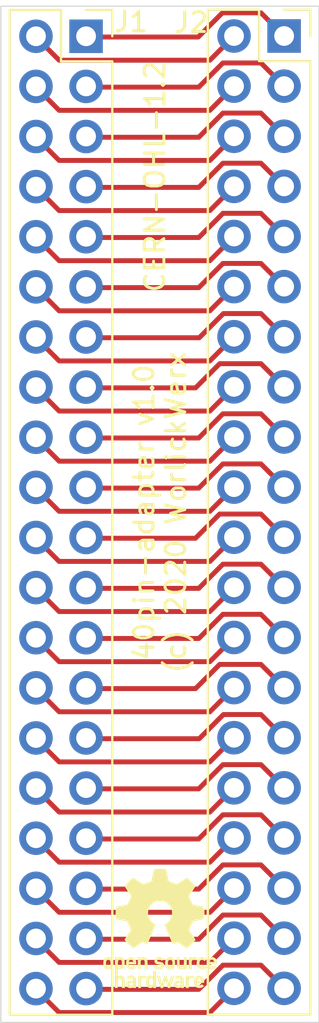
<source format=kicad_pcb>
(kicad_pcb (version 20171130) (host pcbnew 5.1.6-c6e7f7d~86~ubuntu18.04.1)

  (general
    (thickness 1.6)
    (drawings 6)
    (tracks 140)
    (zones 0)
    (modules 3)
    (nets 41)
  )

  (page A4)
  (layers
    (0 F.Cu signal)
    (31 B.Cu signal)
    (32 B.Adhes user)
    (33 F.Adhes user)
    (34 B.Paste user)
    (35 F.Paste user)
    (36 B.SilkS user)
    (37 F.SilkS user)
    (38 B.Mask user)
    (39 F.Mask user)
    (40 Dwgs.User user)
    (41 Cmts.User user)
    (42 Eco1.User user)
    (43 Eco2.User user)
    (44 Edge.Cuts user)
    (45 Margin user)
    (46 B.CrtYd user)
    (47 F.CrtYd user)
    (48 B.Fab user)
    (49 F.Fab user)
  )

  (setup
    (last_trace_width 0.25)
    (trace_clearance 0.2)
    (zone_clearance 0.508)
    (zone_45_only no)
    (trace_min 0.2)
    (via_size 0.8)
    (via_drill 0.4)
    (via_min_size 0.4)
    (via_min_drill 0.3)
    (uvia_size 0.3)
    (uvia_drill 0.1)
    (uvias_allowed no)
    (uvia_min_size 0.2)
    (uvia_min_drill 0.1)
    (edge_width 0.05)
    (segment_width 0.2)
    (pcb_text_width 0.3)
    (pcb_text_size 1.5 1.5)
    (mod_edge_width 0.12)
    (mod_text_size 1 1)
    (mod_text_width 0.15)
    (pad_size 1.524 1.524)
    (pad_drill 0.762)
    (pad_to_mask_clearance 0.05)
    (aux_axis_origin 0 0)
    (visible_elements FFFFFF7F)
    (pcbplotparams
      (layerselection 0x010fc_ffffffff)
      (usegerberextensions false)
      (usegerberattributes true)
      (usegerberadvancedattributes true)
      (creategerberjobfile true)
      (excludeedgelayer true)
      (linewidth 0.100000)
      (plotframeref false)
      (viasonmask false)
      (mode 1)
      (useauxorigin false)
      (hpglpennumber 1)
      (hpglpenspeed 20)
      (hpglpendiameter 15.000000)
      (psnegative false)
      (psa4output false)
      (plotreference true)
      (plotvalue true)
      (plotinvisibletext false)
      (padsonsilk false)
      (subtractmaskfromsilk false)
      (outputformat 1)
      (mirror false)
      (drillshape 0)
      (scaleselection 1)
      (outputdirectory ""))
  )

  (net 0 "")
  (net 1 /PI40)
  (net 2 /PI39)
  (net 3 /PI38)
  (net 4 /PI37)
  (net 5 /PI36)
  (net 6 /PI35)
  (net 7 /PI34)
  (net 8 /PI33)
  (net 9 /PI32)
  (net 10 /PI31)
  (net 11 /PI30)
  (net 12 /PI29)
  (net 13 /PI28)
  (net 14 /PI27)
  (net 15 /PI26)
  (net 16 /PI25)
  (net 17 /PI24)
  (net 18 /PI23)
  (net 19 /PI22)
  (net 20 /PI21)
  (net 21 /PI20)
  (net 22 /PI19)
  (net 23 /PI18)
  (net 24 /PI17)
  (net 25 /PI16)
  (net 26 /PI15)
  (net 27 /PI14)
  (net 28 /PI13)
  (net 29 /PI12)
  (net 30 /PI11)
  (net 31 /PI10)
  (net 32 /PI9)
  (net 33 /PI8)
  (net 34 /PI7)
  (net 35 /PI6)
  (net 36 /PI5)
  (net 37 /PI4)
  (net 38 /PI3)
  (net 39 /PI2)
  (net 40 /PI1)

  (net_class Default "This is the default net class."
    (clearance 0.2)
    (trace_width 0.25)
    (via_dia 0.8)
    (via_drill 0.4)
    (uvia_dia 0.3)
    (uvia_drill 0.1)
    (add_net /PI1)
    (add_net /PI10)
    (add_net /PI11)
    (add_net /PI12)
    (add_net /PI13)
    (add_net /PI14)
    (add_net /PI15)
    (add_net /PI16)
    (add_net /PI17)
    (add_net /PI18)
    (add_net /PI19)
    (add_net /PI2)
    (add_net /PI20)
    (add_net /PI21)
    (add_net /PI22)
    (add_net /PI23)
    (add_net /PI24)
    (add_net /PI25)
    (add_net /PI26)
    (add_net /PI27)
    (add_net /PI28)
    (add_net /PI29)
    (add_net /PI3)
    (add_net /PI30)
    (add_net /PI31)
    (add_net /PI32)
    (add_net /PI33)
    (add_net /PI34)
    (add_net /PI35)
    (add_net /PI36)
    (add_net /PI37)
    (add_net /PI38)
    (add_net /PI39)
    (add_net /PI4)
    (add_net /PI40)
    (add_net /PI5)
    (add_net /PI6)
    (add_net /PI7)
    (add_net /PI8)
    (add_net /PI9)
  )

  (module Connector_PinSocket_2.54mm:PinSocket_2x20_P2.54mm_Vertical (layer F.Cu) (tedit 5A19A433) (tstamp 5F0A3614)
    (at 152.2856 67.6148)
    (descr "Through hole straight socket strip, 2x20, 2.54mm pitch, double cols (from Kicad 4.0.7), script generated")
    (tags "Through hole socket strip THT 2x20 2.54mm double row")
    (path /5F07A6EA)
    (fp_text reference J2 (at -4.7116 -0.6858) (layer F.SilkS)
      (effects (font (size 1 1) (thickness 0.15)))
    )
    (fp_text value Conn_02x20_Odd_Even (at -1.27 51.03) (layer F.Fab) hide
      (effects (font (size 1 1) (thickness 0.15)))
    )
    (fp_line (start -3.81 -1.27) (end 0.27 -1.27) (layer F.Fab) (width 0.1))
    (fp_line (start 0.27 -1.27) (end 1.27 -0.27) (layer F.Fab) (width 0.1))
    (fp_line (start 1.27 -0.27) (end 1.27 49.53) (layer F.Fab) (width 0.1))
    (fp_line (start 1.27 49.53) (end -3.81 49.53) (layer F.Fab) (width 0.1))
    (fp_line (start -3.81 49.53) (end -3.81 -1.27) (layer F.Fab) (width 0.1))
    (fp_line (start -3.87 -1.33) (end -1.27 -1.33) (layer F.SilkS) (width 0.12))
    (fp_line (start -3.87 -1.33) (end -3.87 49.59) (layer F.SilkS) (width 0.12))
    (fp_line (start -3.87 49.59) (end 1.33 49.59) (layer F.SilkS) (width 0.12))
    (fp_line (start 1.33 1.27) (end 1.33 49.59) (layer F.SilkS) (width 0.12))
    (fp_line (start -1.27 1.27) (end 1.33 1.27) (layer F.SilkS) (width 0.12))
    (fp_line (start -1.27 -1.33) (end -1.27 1.27) (layer F.SilkS) (width 0.12))
    (fp_line (start 1.33 -1.33) (end 1.33 0) (layer F.SilkS) (width 0.12))
    (fp_line (start 0 -1.33) (end 1.33 -1.33) (layer F.SilkS) (width 0.12))
    (fp_line (start -4.34 -1.8) (end 1.76 -1.8) (layer F.CrtYd) (width 0.05))
    (fp_line (start 1.76 -1.8) (end 1.76 50) (layer F.CrtYd) (width 0.05))
    (fp_line (start 1.76 50) (end -4.34 50) (layer F.CrtYd) (width 0.05))
    (fp_line (start -4.34 50) (end -4.34 -1.8) (layer F.CrtYd) (width 0.05))
    (fp_text user %R (at -1.27 24.13 90) (layer F.Fab)
      (effects (font (size 1 1) (thickness 0.15)))
    )
    (pad 40 thru_hole oval (at -2.54 48.26) (size 1.7 1.7) (drill 1) (layers *.Cu *.Mask)
      (net 1 /PI40))
    (pad 39 thru_hole oval (at 0 48.26) (size 1.7 1.7) (drill 1) (layers *.Cu *.Mask)
      (net 2 /PI39))
    (pad 38 thru_hole oval (at -2.54 45.72) (size 1.7 1.7) (drill 1) (layers *.Cu *.Mask)
      (net 3 /PI38))
    (pad 37 thru_hole oval (at 0 45.72) (size 1.7 1.7) (drill 1) (layers *.Cu *.Mask)
      (net 4 /PI37))
    (pad 36 thru_hole oval (at -2.54 43.18) (size 1.7 1.7) (drill 1) (layers *.Cu *.Mask)
      (net 5 /PI36))
    (pad 35 thru_hole oval (at 0 43.18) (size 1.7 1.7) (drill 1) (layers *.Cu *.Mask)
      (net 6 /PI35))
    (pad 34 thru_hole oval (at -2.54 40.64) (size 1.7 1.7) (drill 1) (layers *.Cu *.Mask)
      (net 7 /PI34))
    (pad 33 thru_hole oval (at 0 40.64) (size 1.7 1.7) (drill 1) (layers *.Cu *.Mask)
      (net 8 /PI33))
    (pad 32 thru_hole oval (at -2.54 38.1) (size 1.7 1.7) (drill 1) (layers *.Cu *.Mask)
      (net 9 /PI32))
    (pad 31 thru_hole oval (at 0 38.1) (size 1.7 1.7) (drill 1) (layers *.Cu *.Mask)
      (net 10 /PI31))
    (pad 30 thru_hole oval (at -2.54 35.56) (size 1.7 1.7) (drill 1) (layers *.Cu *.Mask)
      (net 11 /PI30))
    (pad 29 thru_hole oval (at 0 35.56) (size 1.7 1.7) (drill 1) (layers *.Cu *.Mask)
      (net 12 /PI29))
    (pad 28 thru_hole oval (at -2.54 33.02) (size 1.7 1.7) (drill 1) (layers *.Cu *.Mask)
      (net 13 /PI28))
    (pad 27 thru_hole oval (at 0 33.02) (size 1.7 1.7) (drill 1) (layers *.Cu *.Mask)
      (net 14 /PI27))
    (pad 26 thru_hole oval (at -2.54 30.48) (size 1.7 1.7) (drill 1) (layers *.Cu *.Mask)
      (net 15 /PI26))
    (pad 25 thru_hole oval (at 0 30.48) (size 1.7 1.7) (drill 1) (layers *.Cu *.Mask)
      (net 16 /PI25))
    (pad 24 thru_hole oval (at -2.54 27.94) (size 1.7 1.7) (drill 1) (layers *.Cu *.Mask)
      (net 17 /PI24))
    (pad 23 thru_hole oval (at 0 27.94) (size 1.7 1.7) (drill 1) (layers *.Cu *.Mask)
      (net 18 /PI23))
    (pad 22 thru_hole oval (at -2.54 25.4) (size 1.7 1.7) (drill 1) (layers *.Cu *.Mask)
      (net 19 /PI22))
    (pad 21 thru_hole oval (at 0 25.4) (size 1.7 1.7) (drill 1) (layers *.Cu *.Mask)
      (net 20 /PI21))
    (pad 20 thru_hole oval (at -2.54 22.86) (size 1.7 1.7) (drill 1) (layers *.Cu *.Mask)
      (net 21 /PI20))
    (pad 19 thru_hole oval (at 0 22.86) (size 1.7 1.7) (drill 1) (layers *.Cu *.Mask)
      (net 22 /PI19))
    (pad 18 thru_hole oval (at -2.54 20.32) (size 1.7 1.7) (drill 1) (layers *.Cu *.Mask)
      (net 23 /PI18))
    (pad 17 thru_hole oval (at 0 20.32) (size 1.7 1.7) (drill 1) (layers *.Cu *.Mask)
      (net 24 /PI17))
    (pad 16 thru_hole oval (at -2.54 17.78) (size 1.7 1.7) (drill 1) (layers *.Cu *.Mask)
      (net 25 /PI16))
    (pad 15 thru_hole oval (at 0 17.78) (size 1.7 1.7) (drill 1) (layers *.Cu *.Mask)
      (net 26 /PI15))
    (pad 14 thru_hole oval (at -2.54 15.24) (size 1.7 1.7) (drill 1) (layers *.Cu *.Mask)
      (net 27 /PI14))
    (pad 13 thru_hole oval (at 0 15.24) (size 1.7 1.7) (drill 1) (layers *.Cu *.Mask)
      (net 28 /PI13))
    (pad 12 thru_hole oval (at -2.54 12.7) (size 1.7 1.7) (drill 1) (layers *.Cu *.Mask)
      (net 29 /PI12))
    (pad 11 thru_hole oval (at 0 12.7) (size 1.7 1.7) (drill 1) (layers *.Cu *.Mask)
      (net 30 /PI11))
    (pad 10 thru_hole oval (at -2.54 10.16) (size 1.7 1.7) (drill 1) (layers *.Cu *.Mask)
      (net 31 /PI10))
    (pad 9 thru_hole oval (at 0 10.16) (size 1.7 1.7) (drill 1) (layers *.Cu *.Mask)
      (net 32 /PI9))
    (pad 8 thru_hole oval (at -2.54 7.62) (size 1.7 1.7) (drill 1) (layers *.Cu *.Mask)
      (net 33 /PI8))
    (pad 7 thru_hole oval (at 0 7.62) (size 1.7 1.7) (drill 1) (layers *.Cu *.Mask)
      (net 34 /PI7))
    (pad 6 thru_hole oval (at -2.54 5.08) (size 1.7 1.7) (drill 1) (layers *.Cu *.Mask)
      (net 35 /PI6))
    (pad 5 thru_hole oval (at 0 5.08) (size 1.7 1.7) (drill 1) (layers *.Cu *.Mask)
      (net 36 /PI5))
    (pad 4 thru_hole oval (at -2.54 2.54) (size 1.7 1.7) (drill 1) (layers *.Cu *.Mask)
      (net 37 /PI4))
    (pad 3 thru_hole oval (at 0 2.54) (size 1.7 1.7) (drill 1) (layers *.Cu *.Mask)
      (net 38 /PI3))
    (pad 2 thru_hole oval (at -2.54 0) (size 1.7 1.7) (drill 1) (layers *.Cu *.Mask)
      (net 39 /PI2))
    (pad 1 thru_hole rect (at 0 0) (size 1.7 1.7) (drill 1) (layers *.Cu *.Mask)
      (net 40 /PI1))
    (model ${KISYS3DMOD}/Connector_PinSocket_2.54mm.3dshapes/PinSocket_2x20_P2.54mm_Vertical.wrl
      (at (xyz 0 0 0))
      (scale (xyz 1 1 1))
      (rotate (xyz 0 0 0))
    )
  )

  (module Symbol:OSHW-Logo_5.7x6mm_SilkScreen (layer F.Cu) (tedit 0) (tstamp 5F0A5424)
    (at 145.9865 112.8395)
    (descr "Open Source Hardware Logo")
    (tags "Logo OSHW")
    (attr virtual)
    (fp_text reference REF** (at 0 0) (layer F.SilkS) hide
      (effects (font (size 1 1) (thickness 0.15)))
    )
    (fp_text value OSHW-Logo_5.7x6mm_SilkScreen (at 0.75 0) (layer F.Fab) hide
      (effects (font (size 1 1) (thickness 0.15)))
    )
    (fp_poly (pts (xy 0.376964 -2.709982) (xy 0.433812 -2.40843) (xy 0.853338 -2.235488) (xy 1.104984 -2.406605)
      (xy 1.175458 -2.45425) (xy 1.239163 -2.49679) (xy 1.293126 -2.532285) (xy 1.334373 -2.55879)
      (xy 1.359934 -2.574364) (xy 1.366895 -2.577722) (xy 1.379435 -2.569086) (xy 1.406231 -2.545208)
      (xy 1.44428 -2.509141) (xy 1.490579 -2.463933) (xy 1.542123 -2.412636) (xy 1.595909 -2.358299)
      (xy 1.648935 -2.303972) (xy 1.698195 -2.252705) (xy 1.740687 -2.207549) (xy 1.773407 -2.171554)
      (xy 1.793351 -2.14777) (xy 1.798119 -2.13981) (xy 1.791257 -2.125135) (xy 1.77202 -2.092986)
      (xy 1.74243 -2.046508) (xy 1.70451 -1.988844) (xy 1.660282 -1.92314) (xy 1.634654 -1.885664)
      (xy 1.587941 -1.817232) (xy 1.546432 -1.75548) (xy 1.51214 -1.703481) (xy 1.48708 -1.664308)
      (xy 1.473264 -1.641035) (xy 1.471188 -1.636145) (xy 1.475895 -1.622245) (xy 1.488723 -1.58985)
      (xy 1.507738 -1.543515) (xy 1.531003 -1.487794) (xy 1.556584 -1.427242) (xy 1.582545 -1.366414)
      (xy 1.60695 -1.309864) (xy 1.627863 -1.262148) (xy 1.643349 -1.227819) (xy 1.651472 -1.211432)
      (xy 1.651952 -1.210788) (xy 1.664707 -1.207659) (xy 1.698677 -1.200679) (xy 1.75034 -1.190533)
      (xy 1.816176 -1.177908) (xy 1.892664 -1.163491) (xy 1.93729 -1.155177) (xy 2.019021 -1.139616)
      (xy 2.092843 -1.124808) (xy 2.155021 -1.111564) (xy 2.201822 -1.100695) (xy 2.229509 -1.093011)
      (xy 2.235074 -1.090573) (xy 2.240526 -1.07407) (xy 2.244924 -1.0368) (xy 2.248272 -0.98312)
      (xy 2.250574 -0.917388) (xy 2.251832 -0.843963) (xy 2.252048 -0.767204) (xy 2.251227 -0.691468)
      (xy 2.249371 -0.621114) (xy 2.246482 -0.5605) (xy 2.242565 -0.513984) (xy 2.237622 -0.485925)
      (xy 2.234657 -0.480084) (xy 2.216934 -0.473083) (xy 2.179381 -0.463073) (xy 2.126964 -0.451231)
      (xy 2.064652 -0.438733) (xy 2.0429 -0.43469) (xy 1.938024 -0.41548) (xy 1.85518 -0.400009)
      (xy 1.79163 -0.387663) (xy 1.744637 -0.377827) (xy 1.711463 -0.369886) (xy 1.689371 -0.363224)
      (xy 1.675624 -0.357227) (xy 1.667484 -0.351281) (xy 1.666345 -0.350106) (xy 1.654977 -0.331174)
      (xy 1.637635 -0.294331) (xy 1.61605 -0.244087) (xy 1.591954 -0.184954) (xy 1.567079 -0.121444)
      (xy 1.543157 -0.058068) (xy 1.521919 0.000662) (xy 1.505097 0.050235) (xy 1.494422 0.086139)
      (xy 1.491627 0.103862) (xy 1.49186 0.104483) (xy 1.501331 0.11897) (xy 1.522818 0.150844)
      (xy 1.554063 0.196789) (xy 1.592807 0.253485) (xy 1.636793 0.317617) (xy 1.649319 0.335842)
      (xy 1.693984 0.401914) (xy 1.733288 0.4622) (xy 1.765088 0.513235) (xy 1.787245 0.55156)
      (xy 1.797617 0.573711) (xy 1.798119 0.576432) (xy 1.789405 0.590736) (xy 1.765325 0.619072)
      (xy 1.728976 0.658396) (xy 1.683453 0.705661) (xy 1.631852 0.757823) (xy 1.577267 0.811835)
      (xy 1.522794 0.864653) (xy 1.471529 0.913231) (xy 1.426567 0.954523) (xy 1.391004 0.985485)
      (xy 1.367935 1.00307) (xy 1.361554 1.005941) (xy 1.346699 0.999178) (xy 1.316286 0.980939)
      (xy 1.275268 0.954297) (xy 1.243709 0.932852) (xy 1.186525 0.893503) (xy 1.118806 0.847171)
      (xy 1.05088 0.800913) (xy 1.014361 0.776155) (xy 0.890752 0.692547) (xy 0.786991 0.74865)
      (xy 0.73972 0.773228) (xy 0.699523 0.792331) (xy 0.672326 0.803227) (xy 0.665402 0.804743)
      (xy 0.657077 0.793549) (xy 0.640654 0.761917) (xy 0.617357 0.712765) (xy 0.588414 0.64901)
      (xy 0.55505 0.573571) (xy 0.518491 0.489364) (xy 0.479964 0.399308) (xy 0.440694 0.306321)
      (xy 0.401908 0.21332) (xy 0.36483 0.123223) (xy 0.330689 0.038948) (xy 0.300708 -0.036587)
      (xy 0.276116 -0.100466) (xy 0.258136 -0.149769) (xy 0.247997 -0.181579) (xy 0.246366 -0.192504)
      (xy 0.259291 -0.206439) (xy 0.287589 -0.22906) (xy 0.325346 -0.255667) (xy 0.328515 -0.257772)
      (xy 0.4261 -0.335886) (xy 0.504786 -0.427018) (xy 0.563891 -0.528255) (xy 0.602732 -0.636682)
      (xy 0.620628 -0.749386) (xy 0.616897 -0.863452) (xy 0.590857 -0.975966) (xy 0.541825 -1.084015)
      (xy 0.5274 -1.107655) (xy 0.452369 -1.203113) (xy 0.36373 -1.279768) (xy 0.264549 -1.33722)
      (xy 0.157895 -1.375071) (xy 0.046836 -1.392922) (xy -0.065561 -1.390375) (xy -0.176227 -1.36703)
      (xy -0.282094 -1.32249) (xy -0.380095 -1.256355) (xy -0.41041 -1.229513) (xy -0.487562 -1.145488)
      (xy -0.543782 -1.057034) (xy -0.582347 -0.957885) (xy -0.603826 -0.859697) (xy -0.609128 -0.749303)
      (xy -0.591448 -0.63836) (xy -0.552581 -0.530619) (xy -0.494323 -0.429831) (xy -0.418469 -0.339744)
      (xy -0.326817 -0.264108) (xy -0.314772 -0.256136) (xy -0.276611 -0.230026) (xy -0.247601 -0.207405)
      (xy -0.233732 -0.192961) (xy -0.233531 -0.192504) (xy -0.236508 -0.176879) (xy -0.248311 -0.141418)
      (xy -0.267714 -0.089038) (xy -0.293488 -0.022655) (xy -0.324409 0.054814) (xy -0.359249 0.14045)
      (xy -0.396783 0.231337) (xy -0.435783 0.324559) (xy -0.475023 0.417197) (xy -0.513276 0.506335)
      (xy -0.549317 0.589055) (xy -0.581917 0.662441) (xy -0.609852 0.723575) (xy -0.631895 0.769541)
      (xy -0.646818 0.797421) (xy -0.652828 0.804743) (xy -0.671191 0.799041) (xy -0.705552 0.783749)
      (xy -0.749984 0.761599) (xy -0.774417 0.74865) (xy -0.878178 0.692547) (xy -1.001787 0.776155)
      (xy -1.064886 0.818987) (xy -1.13397 0.866122) (xy -1.198707 0.910503) (xy -1.231134 0.932852)
      (xy -1.276741 0.963477) (xy -1.31536 0.987747) (xy -1.341952 1.002587) (xy -1.35059 1.005724)
      (xy -1.363161 0.997261) (xy -1.390984 0.973636) (xy -1.431361 0.937302) (xy -1.481595 0.890711)
      (xy -1.538988 0.836317) (xy -1.575286 0.801392) (xy -1.63879 0.738996) (xy -1.693673 0.683188)
      (xy -1.737714 0.636354) (xy -1.768695 0.600882) (xy -1.784398 0.579161) (xy -1.785905 0.574752)
      (xy -1.778914 0.557985) (xy -1.759594 0.524082) (xy -1.730091 0.476476) (xy -1.692545 0.418599)
      (xy -1.6491 0.353884) (xy -1.636745 0.335842) (xy -1.591727 0.270267) (xy -1.55134 0.211228)
      (xy -1.51784 0.162042) (xy -1.493486 0.126028) (xy -1.480536 0.106502) (xy -1.479285 0.104483)
      (xy -1.481156 0.088922) (xy -1.491087 0.054709) (xy -1.507347 0.006355) (xy -1.528205 -0.051629)
      (xy -1.551927 -0.11473) (xy -1.576784 -0.178437) (xy -1.601042 -0.238239) (xy -1.622971 -0.289624)
      (xy -1.640838 -0.328081) (xy -1.652913 -0.349098) (xy -1.653771 -0.350106) (xy -1.661154 -0.356112)
      (xy -1.673625 -0.362052) (xy -1.69392 -0.36854) (xy -1.724778 -0.376191) (xy -1.768934 -0.38562)
      (xy -1.829126 -0.397441) (xy -1.908093 -0.412271) (xy -2.00857 -0.430723) (xy -2.030325 -0.43469)
      (xy -2.094802 -0.447147) (xy -2.151011 -0.459334) (xy -2.193987 -0.470074) (xy -2.21876 -0.478191)
      (xy -2.222082 -0.480084) (xy -2.227556 -0.496862) (xy -2.232006 -0.534355) (xy -2.235428 -0.588206)
      (xy -2.237819 -0.654056) (xy -2.239177 -0.727547) (xy -2.239499 -0.80432) (xy -2.238781 -0.880017)
      (xy -2.237021 -0.95028) (xy -2.234216 -1.01075) (xy -2.230362 -1.05707) (xy -2.225457 -1.084881)
      (xy -2.2225 -1.090573) (xy -2.206037 -1.096314) (xy -2.168551 -1.105655) (xy -2.113775 -1.117785)
      (xy -2.045445 -1.131893) (xy -1.967294 -1.14717) (xy -1.924716 -1.155177) (xy -1.843929 -1.170279)
      (xy -1.771887 -1.18396) (xy -1.712111 -1.195533) (xy -1.668121 -1.204313) (xy -1.643439 -1.209613)
      (xy -1.639377 -1.210788) (xy -1.632511 -1.224035) (xy -1.617998 -1.255943) (xy -1.597771 -1.301953)
      (xy -1.573766 -1.357508) (xy -1.547918 -1.418047) (xy -1.52216 -1.479014) (xy -1.498427 -1.535849)
      (xy -1.478654 -1.583994) (xy -1.464776 -1.61889) (xy -1.458726 -1.635979) (xy -1.458614 -1.636726)
      (xy -1.465472 -1.650207) (xy -1.484698 -1.68123) (xy -1.514272 -1.726711) (xy -1.552173 -1.783568)
      (xy -1.59638 -1.848717) (xy -1.622079 -1.886138) (xy -1.668907 -1.954753) (xy -1.710499 -2.017048)
      (xy -1.744825 -2.069871) (xy -1.769857 -2.110073) (xy -1.783565 -2.1345) (xy -1.785544 -2.139976)
      (xy -1.777034 -2.152722) (xy -1.753507 -2.179937) (xy -1.717968 -2.218572) (xy -1.673423 -2.265577)
      (xy -1.622877 -2.317905) (xy -1.569336 -2.372505) (xy -1.515805 -2.42633) (xy -1.465289 -2.47633)
      (xy -1.420794 -2.519457) (xy -1.385325 -2.552661) (xy -1.361887 -2.572894) (xy -1.354046 -2.577722)
      (xy -1.34128 -2.570933) (xy -1.310744 -2.551858) (xy -1.26541 -2.522439) (xy -1.208244 -2.484619)
      (xy -1.142216 -2.440339) (xy -1.09241 -2.406605) (xy -0.840764 -2.235488) (xy -0.631001 -2.321959)
      (xy -0.421237 -2.40843) (xy -0.364389 -2.709982) (xy -0.30754 -3.011534) (xy 0.320115 -3.011534)
      (xy 0.376964 -2.709982)) (layer F.SilkS) (width 0.01))
    (fp_poly (pts (xy 1.79946 1.45803) (xy 1.842711 1.471245) (xy 1.870558 1.487941) (xy 1.879629 1.501145)
      (xy 1.877132 1.516797) (xy 1.860931 1.541385) (xy 1.847232 1.5588) (xy 1.818992 1.590283)
      (xy 1.797775 1.603529) (xy 1.779688 1.602664) (xy 1.726035 1.58901) (xy 1.68663 1.58963)
      (xy 1.654632 1.605104) (xy 1.64389 1.614161) (xy 1.609505 1.646027) (xy 1.609505 2.062179)
      (xy 1.471188 2.062179) (xy 1.471188 1.458614) (xy 1.540347 1.458614) (xy 1.581869 1.460256)
      (xy 1.603291 1.466087) (xy 1.609502 1.477461) (xy 1.609505 1.477798) (xy 1.612439 1.489713)
      (xy 1.625704 1.488159) (xy 1.644084 1.479563) (xy 1.682046 1.463568) (xy 1.712872 1.453945)
      (xy 1.752536 1.451478) (xy 1.79946 1.45803)) (layer F.SilkS) (width 0.01))
    (fp_poly (pts (xy -0.754012 1.469002) (xy -0.722717 1.48395) (xy -0.692409 1.505541) (xy -0.669318 1.530391)
      (xy -0.6525 1.562087) (xy -0.641006 1.604214) (xy -0.633891 1.660358) (xy -0.630207 1.734106)
      (xy -0.629008 1.829044) (xy -0.628989 1.838985) (xy -0.628713 2.062179) (xy -0.76703 2.062179)
      (xy -0.76703 1.856418) (xy -0.767128 1.780189) (xy -0.767809 1.724939) (xy -0.769651 1.686501)
      (xy -0.773233 1.660706) (xy -0.779132 1.643384) (xy -0.787927 1.630368) (xy -0.80018 1.617507)
      (xy -0.843047 1.589873) (xy -0.889843 1.584745) (xy -0.934424 1.602217) (xy -0.949928 1.615221)
      (xy -0.96131 1.627447) (xy -0.969481 1.64054) (xy -0.974974 1.658615) (xy -0.97832 1.685787)
      (xy -0.980051 1.72617) (xy -0.980697 1.783879) (xy -0.980792 1.854132) (xy -0.980792 2.062179)
      (xy -1.119109 2.062179) (xy -1.119109 1.458614) (xy -1.04995 1.458614) (xy -1.008428 1.460256)
      (xy -0.987006 1.466087) (xy -0.980795 1.477461) (xy -0.980792 1.477798) (xy -0.97791 1.488938)
      (xy -0.965199 1.487674) (xy -0.939926 1.475434) (xy -0.882605 1.457424) (xy -0.817037 1.455421)
      (xy -0.754012 1.469002)) (layer F.SilkS) (width 0.01))
    (fp_poly (pts (xy 2.677898 1.456457) (xy 2.710096 1.464279) (xy 2.771825 1.492921) (xy 2.82461 1.536667)
      (xy 2.861141 1.589117) (xy 2.86616 1.600893) (xy 2.873045 1.63174) (xy 2.877864 1.677371)
      (xy 2.879505 1.723492) (xy 2.879505 1.810693) (xy 2.697178 1.810693) (xy 2.621979 1.810978)
      (xy 2.569003 1.812704) (xy 2.535325 1.817181) (xy 2.51802 1.82572) (xy 2.514163 1.83963)
      (xy 2.520829 1.860222) (xy 2.53277 1.884315) (xy 2.56608 1.924525) (xy 2.612368 1.944558)
      (xy 2.668944 1.943905) (xy 2.733031 1.922101) (xy 2.788417 1.895193) (xy 2.834375 1.931532)
      (xy 2.880333 1.967872) (xy 2.837096 2.007819) (xy 2.779374 2.045563) (xy 2.708386 2.06832)
      (xy 2.632029 2.074688) (xy 2.558199 2.063268) (xy 2.546287 2.059393) (xy 2.481399 2.025506)
      (xy 2.43313 1.974986) (xy 2.400465 1.906325) (xy 2.382385 1.818014) (xy 2.382175 1.816121)
      (xy 2.380556 1.719878) (xy 2.3871 1.685542) (xy 2.514852 1.685542) (xy 2.526584 1.690822)
      (xy 2.558438 1.694867) (xy 2.605397 1.697176) (xy 2.635154 1.697525) (xy 2.690648 1.697306)
      (xy 2.725346 1.695916) (xy 2.743601 1.692251) (xy 2.749766 1.68521) (xy 2.748195 1.67369)
      (xy 2.746878 1.669233) (xy 2.724382 1.627355) (xy 2.689003 1.593604) (xy 2.65778 1.578773)
      (xy 2.616301 1.579668) (xy 2.574269 1.598164) (xy 2.539012 1.628786) (xy 2.517854 1.666062)
      (xy 2.514852 1.685542) (xy 2.3871 1.685542) (xy 2.39669 1.635229) (xy 2.428698 1.564191)
      (xy 2.474701 1.508779) (xy 2.532821 1.471009) (xy 2.60118 1.452896) (xy 2.677898 1.456457)) (layer F.SilkS) (width 0.01))
    (fp_poly (pts (xy 2.217226 1.46388) (xy 2.29008 1.49483) (xy 2.313027 1.509895) (xy 2.342354 1.533048)
      (xy 2.360764 1.551253) (xy 2.363961 1.557183) (xy 2.354935 1.57034) (xy 2.331837 1.592667)
      (xy 2.313344 1.60825) (xy 2.262728 1.648926) (xy 2.22276 1.615295) (xy 2.191874 1.593584)
      (xy 2.161759 1.58609) (xy 2.127292 1.58792) (xy 2.072561 1.601528) (xy 2.034886 1.629772)
      (xy 2.011991 1.675433) (xy 2.001597 1.741289) (xy 2.001595 1.741331) (xy 2.002494 1.814939)
      (xy 2.016463 1.868946) (xy 2.044328 1.905716) (xy 2.063325 1.918168) (xy 2.113776 1.933673)
      (xy 2.167663 1.933683) (xy 2.214546 1.918638) (xy 2.225644 1.911287) (xy 2.253476 1.892511)
      (xy 2.275236 1.889434) (xy 2.298704 1.903409) (xy 2.324649 1.92851) (xy 2.365716 1.97088)
      (xy 2.320121 2.008464) (xy 2.249674 2.050882) (xy 2.170233 2.071785) (xy 2.087215 2.070272)
      (xy 2.032694 2.056411) (xy 1.96897 2.022135) (xy 1.918005 1.968212) (xy 1.894851 1.930149)
      (xy 1.876099 1.875536) (xy 1.866715 1.806369) (xy 1.866643 1.731407) (xy 1.875824 1.659409)
      (xy 1.894199 1.599137) (xy 1.897093 1.592958) (xy 1.939952 1.532351) (xy 1.997979 1.488224)
      (xy 2.066591 1.461493) (xy 2.141201 1.453073) (xy 2.217226 1.46388)) (layer F.SilkS) (width 0.01))
    (fp_poly (pts (xy 0.993367 1.654342) (xy 0.994555 1.746563) (xy 0.998897 1.81661) (xy 1.007558 1.867381)
      (xy 1.021704 1.901772) (xy 1.0425 1.922679) (xy 1.07111 1.933) (xy 1.106535 1.935636)
      (xy 1.143636 1.932682) (xy 1.171818 1.921889) (xy 1.192243 1.90036) (xy 1.206079 1.865199)
      (xy 1.214491 1.81351) (xy 1.218643 1.742394) (xy 1.219703 1.654342) (xy 1.219703 1.458614)
      (xy 1.35802 1.458614) (xy 1.35802 2.062179) (xy 1.288862 2.062179) (xy 1.24717 2.060489)
      (xy 1.225701 2.054556) (xy 1.219703 2.043293) (xy 1.216091 2.033261) (xy 1.201714 2.035383)
      (xy 1.172736 2.04958) (xy 1.106319 2.07148) (xy 1.035875 2.069928) (xy 0.968377 2.046147)
      (xy 0.936233 2.027362) (xy 0.911715 2.007022) (xy 0.893804 1.981573) (xy 0.881479 1.947458)
      (xy 0.873723 1.901121) (xy 0.869516 1.839007) (xy 0.86784 1.757561) (xy 0.867624 1.694578)
      (xy 0.867624 1.458614) (xy 0.993367 1.458614) (xy 0.993367 1.654342)) (layer F.SilkS) (width 0.01))
    (fp_poly (pts (xy 0.610762 1.466055) (xy 0.674363 1.500692) (xy 0.724123 1.555372) (xy 0.747568 1.599842)
      (xy 0.757634 1.639121) (xy 0.764156 1.695116) (xy 0.766951 1.759621) (xy 0.765836 1.824429)
      (xy 0.760626 1.881334) (xy 0.754541 1.911727) (xy 0.734014 1.953306) (xy 0.698463 1.997468)
      (xy 0.655619 2.036087) (xy 0.613211 2.061034) (xy 0.612177 2.06143) (xy 0.559553 2.072331)
      (xy 0.497188 2.072601) (xy 0.437924 2.062676) (xy 0.41504 2.054722) (xy 0.356102 2.0213)
      (xy 0.31389 1.977511) (xy 0.286156 1.919538) (xy 0.270651 1.843565) (xy 0.267143 1.803771)
      (xy 0.26759 1.753766) (xy 0.402376 1.753766) (xy 0.406917 1.826732) (xy 0.419986 1.882334)
      (xy 0.440756 1.917861) (xy 0.455552 1.92802) (xy 0.493464 1.935104) (xy 0.538527 1.933007)
      (xy 0.577487 1.922812) (xy 0.587704 1.917204) (xy 0.614659 1.884538) (xy 0.632451 1.834545)
      (xy 0.640024 1.773705) (xy 0.636325 1.708497) (xy 0.628057 1.669253) (xy 0.60432 1.623805)
      (xy 0.566849 1.595396) (xy 0.52172 1.585573) (xy 0.475011 1.595887) (xy 0.439132 1.621112)
      (xy 0.420277 1.641925) (xy 0.409272 1.662439) (xy 0.404026 1.690203) (xy 0.402449 1.732762)
      (xy 0.402376 1.753766) (xy 0.26759 1.753766) (xy 0.268094 1.69758) (xy 0.285388 1.610501)
      (xy 0.319029 1.54253) (xy 0.369018 1.493664) (xy 0.435356 1.463899) (xy 0.449601 1.460448)
      (xy 0.53521 1.452345) (xy 0.610762 1.466055)) (layer F.SilkS) (width 0.01))
    (fp_poly (pts (xy 0.014017 1.456452) (xy 0.061634 1.465482) (xy 0.111034 1.48437) (xy 0.116312 1.486777)
      (xy 0.153774 1.506476) (xy 0.179717 1.524781) (xy 0.188103 1.536508) (xy 0.180117 1.555632)
      (xy 0.16072 1.58385) (xy 0.15211 1.594384) (xy 0.116628 1.635847) (xy 0.070885 1.608858)
      (xy 0.02735 1.590878) (xy -0.02295 1.581267) (xy -0.071188 1.58066) (xy -0.108533 1.589691)
      (xy -0.117495 1.595327) (xy -0.134563 1.621171) (xy -0.136637 1.650941) (xy -0.123866 1.674197)
      (xy -0.116312 1.678708) (xy -0.093675 1.684309) (xy -0.053885 1.690892) (xy -0.004834 1.697183)
      (xy 0.004215 1.69817) (xy 0.082996 1.711798) (xy 0.140136 1.734946) (xy 0.17803 1.769752)
      (xy 0.199079 1.818354) (xy 0.205635 1.877718) (xy 0.196577 1.945198) (xy 0.167164 1.998188)
      (xy 0.117278 2.036783) (xy 0.0468 2.061081) (xy -0.031435 2.070667) (xy -0.095234 2.070552)
      (xy -0.146984 2.061845) (xy -0.182327 2.049825) (xy -0.226983 2.02888) (xy -0.268253 2.004574)
      (xy -0.282921 1.993876) (xy -0.320643 1.963084) (xy -0.275148 1.917049) (xy -0.229653 1.871013)
      (xy -0.177928 1.905243) (xy -0.126048 1.930952) (xy -0.070649 1.944399) (xy -0.017395 1.945818)
      (xy 0.028049 1.935443) (xy 0.060016 1.913507) (xy 0.070338 1.894998) (xy 0.068789 1.865314)
      (xy 0.04314 1.842615) (xy -0.00654 1.82694) (xy -0.060969 1.819695) (xy -0.144736 1.805873)
      (xy -0.206967 1.779796) (xy -0.248493 1.740699) (xy -0.270147 1.68782) (xy -0.273147 1.625126)
      (xy -0.258329 1.559642) (xy -0.224546 1.510144) (xy -0.171495 1.476408) (xy -0.098874 1.458207)
      (xy -0.045072 1.454639) (xy 0.014017 1.456452)) (layer F.SilkS) (width 0.01))
    (fp_poly (pts (xy -1.356699 1.472614) (xy -1.344168 1.478514) (xy -1.300799 1.510283) (xy -1.25979 1.556646)
      (xy -1.229168 1.607696) (xy -1.220459 1.631166) (xy -1.212512 1.673091) (xy -1.207774 1.723757)
      (xy -1.207199 1.744679) (xy -1.207129 1.810693) (xy -1.587083 1.810693) (xy -1.578983 1.845273)
      (xy -1.559104 1.88617) (xy -1.524347 1.921514) (xy -1.482998 1.944282) (xy -1.456649 1.94901)
      (xy -1.420916 1.943273) (xy -1.378282 1.928882) (xy -1.363799 1.922262) (xy -1.31024 1.895513)
      (xy -1.264533 1.930376) (xy -1.238158 1.953955) (xy -1.224124 1.973417) (xy -1.223414 1.979129)
      (xy -1.235951 1.992973) (xy -1.263428 2.014012) (xy -1.288366 2.030425) (xy -1.355664 2.05993)
      (xy -1.43111 2.073284) (xy -1.505888 2.069812) (xy -1.565495 2.051663) (xy -1.626941 2.012784)
      (xy -1.670608 1.961595) (xy -1.697926 1.895367) (xy -1.710322 1.811371) (xy -1.711421 1.772936)
      (xy -1.707022 1.684861) (xy -1.706482 1.682299) (xy -1.580582 1.682299) (xy -1.577115 1.690558)
      (xy -1.562863 1.695113) (xy -1.53347 1.697065) (xy -1.484575 1.697517) (xy -1.465748 1.697525)
      (xy -1.408467 1.696843) (xy -1.372141 1.694364) (xy -1.352604 1.689443) (xy -1.34569 1.681434)
      (xy -1.345445 1.678862) (xy -1.353336 1.658423) (xy -1.373085 1.629789) (xy -1.381575 1.619763)
      (xy -1.413094 1.591408) (xy -1.445949 1.580259) (xy -1.463651 1.579327) (xy -1.511539 1.590981)
      (xy -1.551699 1.622285) (xy -1.577173 1.667752) (xy -1.577625 1.669233) (xy -1.580582 1.682299)
      (xy -1.706482 1.682299) (xy -1.692392 1.61551) (xy -1.666038 1.560025) (xy -1.633807 1.520639)
      (xy -1.574217 1.477931) (xy -1.504168 1.455109) (xy -1.429661 1.453046) (xy -1.356699 1.472614)) (layer F.SilkS) (width 0.01))
    (fp_poly (pts (xy -2.538261 1.465148) (xy -2.472479 1.494231) (xy -2.42254 1.542793) (xy -2.388374 1.610908)
      (xy -2.369907 1.698651) (xy -2.368583 1.712351) (xy -2.367546 1.808939) (xy -2.380993 1.893602)
      (xy -2.408108 1.962221) (xy -2.422627 1.984294) (xy -2.473201 2.031011) (xy -2.537609 2.061268)
      (xy -2.609666 2.073824) (xy -2.683185 2.067439) (xy -2.739072 2.047772) (xy -2.787132 2.014629)
      (xy -2.826412 1.971175) (xy -2.827092 1.970158) (xy -2.843044 1.943338) (xy -2.85341 1.916368)
      (xy -2.859688 1.882332) (xy -2.863373 1.83431) (xy -2.864997 1.794931) (xy -2.865672 1.759219)
      (xy -2.739955 1.759219) (xy -2.738726 1.79477) (xy -2.734266 1.842094) (xy -2.726397 1.872465)
      (xy -2.712207 1.894072) (xy -2.698917 1.906694) (xy -2.651802 1.933122) (xy -2.602505 1.936653)
      (xy -2.556593 1.917639) (xy -2.533638 1.896331) (xy -2.517096 1.874859) (xy -2.507421 1.854313)
      (xy -2.503174 1.827574) (xy -2.50292 1.787523) (xy -2.504228 1.750638) (xy -2.507043 1.697947)
      (xy -2.511505 1.663772) (xy -2.519548 1.64148) (xy -2.533103 1.624442) (xy -2.543845 1.614703)
      (xy -2.588777 1.589123) (xy -2.637249 1.587847) (xy -2.677894 1.602999) (xy -2.712567 1.634642)
      (xy -2.733224 1.68662) (xy -2.739955 1.759219) (xy -2.865672 1.759219) (xy -2.866479 1.716621)
      (xy -2.863948 1.658056) (xy -2.856362 1.614007) (xy -2.842681 1.579248) (xy -2.821865 1.548551)
      (xy -2.814147 1.539436) (xy -2.765889 1.494021) (xy -2.714128 1.467493) (xy -2.650828 1.456379)
      (xy -2.619961 1.455471) (xy -2.538261 1.465148)) (layer F.SilkS) (width 0.01))
    (fp_poly (pts (xy 2.032581 2.40497) (xy 2.092685 2.420597) (xy 2.143021 2.452848) (xy 2.167393 2.47694)
      (xy 2.207345 2.533895) (xy 2.230242 2.599965) (xy 2.238108 2.681182) (xy 2.238148 2.687748)
      (xy 2.238218 2.753763) (xy 1.858264 2.753763) (xy 1.866363 2.788342) (xy 1.880987 2.819659)
      (xy 1.906581 2.852291) (xy 1.911935 2.8575) (xy 1.957943 2.885694) (xy 2.01041 2.890475)
      (xy 2.070803 2.871926) (xy 2.08104 2.866931) (xy 2.112439 2.851745) (xy 2.13347 2.843094)
      (xy 2.137139 2.842293) (xy 2.149948 2.850063) (xy 2.174378 2.869072) (xy 2.186779 2.87946)
      (xy 2.212476 2.903321) (xy 2.220915 2.919077) (xy 2.215058 2.933571) (xy 2.211928 2.937534)
      (xy 2.190725 2.954879) (xy 2.155738 2.975959) (xy 2.131337 2.988265) (xy 2.062072 3.009946)
      (xy 1.985388 3.016971) (xy 1.912765 3.008647) (xy 1.892426 3.002686) (xy 1.829476 2.968952)
      (xy 1.782815 2.917045) (xy 1.752173 2.846459) (xy 1.737282 2.756692) (xy 1.735647 2.709753)
      (xy 1.740421 2.641413) (xy 1.86099 2.641413) (xy 1.872652 2.646465) (xy 1.903998 2.650429)
      (xy 1.949571 2.652768) (xy 1.980446 2.653169) (xy 2.035981 2.652783) (xy 2.071033 2.650975)
      (xy 2.090262 2.646773) (xy 2.09833 2.639203) (xy 2.099901 2.628218) (xy 2.089121 2.594381)
      (xy 2.06198 2.56094) (xy 2.026277 2.535272) (xy 1.99056 2.524772) (xy 1.942048 2.534086)
      (xy 1.900053 2.561013) (xy 1.870936 2.599827) (xy 1.86099 2.641413) (xy 1.740421 2.641413)
      (xy 1.742599 2.610236) (xy 1.764055 2.530949) (xy 1.80047 2.471263) (xy 1.852297 2.430549)
      (xy 1.91999 2.408179) (xy 1.956662 2.403871) (xy 2.032581 2.40497)) (layer F.SilkS) (width 0.01))
    (fp_poly (pts (xy 1.635255 2.401486) (xy 1.683595 2.411015) (xy 1.711114 2.425125) (xy 1.740064 2.448568)
      (xy 1.698876 2.500571) (xy 1.673482 2.532064) (xy 1.656238 2.547428) (xy 1.639102 2.549776)
      (xy 1.614027 2.542217) (xy 1.602257 2.537941) (xy 1.55427 2.531631) (xy 1.510324 2.545156)
      (xy 1.47806 2.57571) (xy 1.472819 2.585452) (xy 1.467112 2.611258) (xy 1.462706 2.658817)
      (xy 1.459811 2.724758) (xy 1.458631 2.80571) (xy 1.458614 2.817226) (xy 1.458614 3.017822)
      (xy 1.320297 3.017822) (xy 1.320297 2.401683) (xy 1.389456 2.401683) (xy 1.429333 2.402725)
      (xy 1.450107 2.407358) (xy 1.457789 2.417849) (xy 1.458614 2.427745) (xy 1.458614 2.453806)
      (xy 1.491745 2.427745) (xy 1.529735 2.409965) (xy 1.58077 2.401174) (xy 1.635255 2.401486)) (layer F.SilkS) (width 0.01))
    (fp_poly (pts (xy 1.038411 2.405417) (xy 1.091411 2.41829) (xy 1.106731 2.42511) (xy 1.136428 2.442974)
      (xy 1.15922 2.463093) (xy 1.176083 2.488962) (xy 1.187998 2.524073) (xy 1.195942 2.57192)
      (xy 1.200894 2.635996) (xy 1.203831 2.719794) (xy 1.204947 2.775768) (xy 1.209052 3.017822)
      (xy 1.138932 3.017822) (xy 1.096393 3.016038) (xy 1.074476 3.009942) (xy 1.068812 2.999706)
      (xy 1.065821 2.988637) (xy 1.052451 2.990754) (xy 1.034233 2.999629) (xy 0.988624 3.013233)
      (xy 0.930007 3.016899) (xy 0.868354 3.010903) (xy 0.813638 2.995521) (xy 0.80873 2.993386)
      (xy 0.758723 2.958255) (xy 0.725756 2.909419) (xy 0.710587 2.852333) (xy 0.711746 2.831824)
      (xy 0.835508 2.831824) (xy 0.846413 2.859425) (xy 0.878745 2.879204) (xy 0.93091 2.889819)
      (xy 0.958787 2.891228) (xy 1.005247 2.88762) (xy 1.036129 2.873597) (xy 1.043664 2.866931)
      (xy 1.064076 2.830666) (xy 1.068812 2.797773) (xy 1.068812 2.753763) (xy 1.007513 2.753763)
      (xy 0.936256 2.757395) (xy 0.886276 2.768818) (xy 0.854696 2.788824) (xy 0.847626 2.797743)
      (xy 0.835508 2.831824) (xy 0.711746 2.831824) (xy 0.713971 2.792456) (xy 0.736663 2.735244)
      (xy 0.767624 2.69658) (xy 0.786376 2.679864) (xy 0.804733 2.668878) (xy 0.828619 2.66218)
      (xy 0.863957 2.658326) (xy 0.916669 2.655873) (xy 0.937577 2.655168) (xy 1.068812 2.650879)
      (xy 1.06862 2.611158) (xy 1.063537 2.569405) (xy 1.045162 2.544158) (xy 1.008039 2.52803)
      (xy 1.007043 2.527742) (xy 0.95441 2.5214) (xy 0.902906 2.529684) (xy 0.86463 2.549827)
      (xy 0.849272 2.559773) (xy 0.83273 2.558397) (xy 0.807275 2.543987) (xy 0.792328 2.533817)
      (xy 0.763091 2.512088) (xy 0.74498 2.4958) (xy 0.742074 2.491137) (xy 0.75404 2.467005)
      (xy 0.789396 2.438185) (xy 0.804753 2.428461) (xy 0.848901 2.411714) (xy 0.908398 2.402227)
      (xy 0.974487 2.400095) (xy 1.038411 2.405417)) (layer F.SilkS) (width 0.01))
    (fp_poly (pts (xy 0.281524 2.404237) (xy 0.331255 2.407971) (xy 0.461291 2.797773) (xy 0.481678 2.728614)
      (xy 0.493946 2.685874) (xy 0.510085 2.628115) (xy 0.527512 2.564625) (xy 0.536726 2.53057)
      (xy 0.571388 2.401683) (xy 0.714391 2.401683) (xy 0.671646 2.536857) (xy 0.650596 2.603342)
      (xy 0.625167 2.683539) (xy 0.59861 2.767193) (xy 0.574902 2.841782) (xy 0.520902 3.011535)
      (xy 0.462598 3.015328) (xy 0.404295 3.019122) (xy 0.372679 2.914734) (xy 0.353182 2.849889)
      (xy 0.331904 2.7784) (xy 0.313308 2.715263) (xy 0.312574 2.71275) (xy 0.298684 2.669969)
      (xy 0.286429 2.640779) (xy 0.277846 2.629741) (xy 0.276082 2.631018) (xy 0.269891 2.64813)
      (xy 0.258128 2.684787) (xy 0.242225 2.736378) (xy 0.223614 2.798294) (xy 0.213543 2.832352)
      (xy 0.159007 3.017822) (xy 0.043264 3.017822) (xy -0.049263 2.725471) (xy -0.075256 2.643462)
      (xy -0.098934 2.568987) (xy -0.11918 2.505544) (xy -0.134874 2.456632) (xy -0.144898 2.425749)
      (xy -0.147945 2.416726) (xy -0.145533 2.407487) (xy -0.126592 2.403441) (xy -0.087177 2.403846)
      (xy -0.081007 2.404152) (xy -0.007914 2.407971) (xy 0.039957 2.58401) (xy 0.057553 2.648211)
      (xy 0.073277 2.704649) (xy 0.085746 2.748422) (xy 0.093574 2.77463) (xy 0.09502 2.778903)
      (xy 0.101014 2.77399) (xy 0.113101 2.748532) (xy 0.129893 2.705997) (xy 0.150003 2.64985)
      (xy 0.167003 2.59913) (xy 0.231794 2.400504) (xy 0.281524 2.404237)) (layer F.SilkS) (width 0.01))
    (fp_poly (pts (xy -0.201188 3.017822) (xy -0.270346 3.017822) (xy -0.310488 3.016645) (xy -0.331394 3.011772)
      (xy -0.338922 3.001186) (xy -0.339505 2.994029) (xy -0.340774 2.979676) (xy -0.348779 2.976923)
      (xy -0.369815 2.985771) (xy -0.386173 2.994029) (xy -0.448977 3.013597) (xy -0.517248 3.014729)
      (xy -0.572752 3.000135) (xy -0.624438 2.964877) (xy -0.663838 2.912835) (xy -0.685413 2.85145)
      (xy -0.685962 2.848018) (xy -0.689167 2.810571) (xy -0.690761 2.756813) (xy -0.690633 2.716155)
      (xy -0.553279 2.716155) (xy -0.550097 2.770194) (xy -0.542859 2.814735) (xy -0.53306 2.839888)
      (xy -0.495989 2.87426) (xy -0.451974 2.886582) (xy -0.406584 2.876618) (xy -0.367797 2.846895)
      (xy -0.353108 2.826905) (xy -0.344519 2.80305) (xy -0.340496 2.76823) (xy -0.339505 2.71593)
      (xy -0.341278 2.664139) (xy -0.345963 2.618634) (xy -0.352603 2.588181) (xy -0.35371 2.585452)
      (xy -0.380491 2.553) (xy -0.419579 2.535183) (xy -0.463315 2.532306) (xy -0.504038 2.544674)
      (xy -0.534087 2.572593) (xy -0.537204 2.578148) (xy -0.546961 2.612022) (xy -0.552277 2.660728)
      (xy -0.553279 2.716155) (xy -0.690633 2.716155) (xy -0.690568 2.69554) (xy -0.689664 2.662563)
      (xy -0.683514 2.580981) (xy -0.670733 2.51973) (xy -0.649471 2.474449) (xy -0.617878 2.440779)
      (xy -0.587207 2.421014) (xy -0.544354 2.40712) (xy -0.491056 2.402354) (xy -0.43648 2.406236)
      (xy -0.389792 2.418282) (xy -0.365124 2.432693) (xy -0.339505 2.455878) (xy -0.339505 2.162773)
      (xy -0.201188 2.162773) (xy -0.201188 3.017822)) (layer F.SilkS) (width 0.01))
    (fp_poly (pts (xy -0.993356 2.40302) (xy -0.974539 2.40866) (xy -0.968473 2.421053) (xy -0.968218 2.426647)
      (xy -0.967129 2.44223) (xy -0.959632 2.444676) (xy -0.939381 2.433993) (xy -0.927351 2.426694)
      (xy -0.8894 2.411063) (xy -0.844072 2.403334) (xy -0.796544 2.40274) (xy -0.751995 2.408513)
      (xy -0.715602 2.419884) (xy -0.692543 2.436088) (xy -0.687996 2.456355) (xy -0.690291 2.461843)
      (xy -0.70702 2.484626) (xy -0.732963 2.512647) (xy -0.737655 2.517177) (xy -0.762383 2.538005)
      (xy -0.783718 2.544735) (xy -0.813555 2.540038) (xy -0.825508 2.536917) (xy -0.862705 2.529421)
      (xy -0.888859 2.532792) (xy -0.910946 2.544681) (xy -0.931178 2.560635) (xy -0.946079 2.5807)
      (xy -0.956434 2.608702) (xy -0.963029 2.648467) (xy -0.966649 2.703823) (xy -0.968078 2.778594)
      (xy -0.968218 2.82374) (xy -0.968218 3.017822) (xy -1.09396 3.017822) (xy -1.09396 2.401683)
      (xy -1.031089 2.401683) (xy -0.993356 2.40302)) (layer F.SilkS) (width 0.01))
    (fp_poly (pts (xy -1.38421 2.406555) (xy -1.325055 2.422339) (xy -1.280023 2.450948) (xy -1.248246 2.488419)
      (xy -1.238366 2.504411) (xy -1.231073 2.521163) (xy -1.225974 2.542592) (xy -1.222679 2.572616)
      (xy -1.220797 2.615154) (xy -1.219937 2.674122) (xy -1.219707 2.75344) (xy -1.219703 2.774484)
      (xy -1.219703 3.017822) (xy -1.280059 3.017822) (xy -1.318557 3.015126) (xy -1.347023 3.008295)
      (xy -1.354155 3.004083) (xy -1.373652 2.996813) (xy -1.393566 3.004083) (xy -1.426353 3.01316)
      (xy -1.473978 3.016813) (xy -1.526764 3.015228) (xy -1.575036 3.008589) (xy -1.603218 3.000072)
      (xy -1.657753 2.965063) (xy -1.691835 2.916479) (xy -1.707157 2.851882) (xy -1.707299 2.850223)
      (xy -1.705955 2.821566) (xy -1.584356 2.821566) (xy -1.573726 2.854161) (xy -1.55641 2.872505)
      (xy -1.521652 2.886379) (xy -1.475773 2.891917) (xy -1.428988 2.889191) (xy -1.391514 2.878274)
      (xy -1.381015 2.871269) (xy -1.362668 2.838904) (xy -1.35802 2.802111) (xy -1.35802 2.753763)
      (xy -1.427582 2.753763) (xy -1.493667 2.75885) (xy -1.543764 2.773263) (xy -1.574929 2.795729)
      (xy -1.584356 2.821566) (xy -1.705955 2.821566) (xy -1.703987 2.779647) (xy -1.68071 2.723845)
      (xy -1.636948 2.681647) (xy -1.630899 2.677808) (xy -1.604907 2.665309) (xy -1.572735 2.65774)
      (xy -1.52776 2.654061) (xy -1.474331 2.653216) (xy -1.35802 2.653169) (xy -1.35802 2.604411)
      (xy -1.362953 2.566581) (xy -1.375543 2.541236) (xy -1.377017 2.539887) (xy -1.405034 2.5288)
      (xy -1.447326 2.524503) (xy -1.494064 2.526615) (xy -1.535418 2.534756) (xy -1.559957 2.546965)
      (xy -1.573253 2.556746) (xy -1.587294 2.558613) (xy -1.606671 2.5506) (xy -1.635976 2.530739)
      (xy -1.679803 2.497063) (xy -1.683825 2.493909) (xy -1.681764 2.482236) (xy -1.664568 2.462822)
      (xy -1.638433 2.441248) (xy -1.609552 2.423096) (xy -1.600478 2.418809) (xy -1.56738 2.410256)
      (xy -1.51888 2.404155) (xy -1.464695 2.401708) (xy -1.462161 2.401703) (xy -1.38421 2.406555)) (layer F.SilkS) (width 0.01))
    (fp_poly (pts (xy -1.908759 1.469184) (xy -1.882247 1.482282) (xy -1.849553 1.505106) (xy -1.825725 1.529996)
      (xy -1.809406 1.561249) (xy -1.79924 1.603166) (xy -1.793872 1.660044) (xy -1.791944 1.736184)
      (xy -1.791831 1.768917) (xy -1.792161 1.840656) (xy -1.793527 1.891927) (xy -1.7965 1.927404)
      (xy -1.801649 1.951763) (xy -1.809543 1.96968) (xy -1.817757 1.981902) (xy -1.870187 2.033905)
      (xy -1.93193 2.065184) (xy -1.998536 2.074592) (xy -2.065558 2.06098) (xy -2.086792 2.051354)
      (xy -2.137624 2.024859) (xy -2.137624 2.440052) (xy -2.100525 2.420868) (xy -2.051643 2.406025)
      (xy -1.991561 2.402222) (xy -1.931564 2.409243) (xy -1.886256 2.425013) (xy -1.848675 2.455047)
      (xy -1.816564 2.498024) (xy -1.81415 2.502436) (xy -1.803967 2.523221) (xy -1.79653 2.54417)
      (xy -1.791411 2.569548) (xy -1.788181 2.603618) (xy -1.786413 2.650641) (xy -1.785677 2.714882)
      (xy -1.785544 2.787176) (xy -1.785544 3.017822) (xy -1.923861 3.017822) (xy -1.923861 2.592533)
      (xy -1.962549 2.559979) (xy -2.002738 2.53394) (xy -2.040797 2.529205) (xy -2.079066 2.541389)
      (xy -2.099462 2.55332) (xy -2.114642 2.570313) (xy -2.125438 2.595995) (xy -2.132683 2.633991)
      (xy -2.137208 2.687926) (xy -2.139844 2.761425) (xy -2.140772 2.810347) (xy -2.143911 3.011535)
      (xy -2.209926 3.015336) (xy -2.27594 3.019136) (xy -2.27594 1.77065) (xy -2.137624 1.77065)
      (xy -2.134097 1.840254) (xy -2.122215 1.888569) (xy -2.10002 1.918631) (xy -2.065559 1.933471)
      (xy -2.030742 1.936436) (xy -1.991329 1.933028) (xy -1.965171 1.919617) (xy -1.948814 1.901896)
      (xy -1.935937 1.882835) (xy -1.928272 1.861601) (xy -1.924861 1.831849) (xy -1.924749 1.787236)
      (xy -1.925897 1.74988) (xy -1.928532 1.693604) (xy -1.932456 1.656658) (xy -1.939063 1.633223)
      (xy -1.949749 1.61748) (xy -1.959833 1.60838) (xy -2.00197 1.588537) (xy -2.05184 1.585332)
      (xy -2.080476 1.592168) (xy -2.108828 1.616464) (xy -2.127609 1.663728) (xy -2.136712 1.733624)
      (xy -2.137624 1.77065) (xy -2.27594 1.77065) (xy -2.27594 1.458614) (xy -2.206782 1.458614)
      (xy -2.16526 1.460256) (xy -2.143838 1.466087) (xy -2.137626 1.477461) (xy -2.137624 1.477798)
      (xy -2.134742 1.488938) (xy -2.12203 1.487673) (xy -2.096757 1.475433) (xy -2.037869 1.456707)
      (xy -1.971615 1.454739) (xy -1.908759 1.469184)) (layer F.SilkS) (width 0.01))
  )

  (module Connector_PinSocket_2.54mm:PinSocket_2x20_P2.54mm_Vertical (layer F.Cu) (tedit 5A19A433) (tstamp 5F0A57DB)
    (at 142.24 67.6275)
    (descr "Through hole straight socket strip, 2x20, 2.54mm pitch, double cols (from Kicad 4.0.7), script generated")
    (tags "Through hole socket strip THT 2x20 2.54mm double row")
    (path /5F0BCD9D)
    (fp_text reference J1 (at 2.286 -0.7366) (layer F.SilkS)
      (effects (font (size 1 1) (thickness 0.15)))
    )
    (fp_text value Conn_02x20_Odd_Even (at -1.27 51.03) (layer F.Fab) hide
      (effects (font (size 1 1) (thickness 0.15)))
    )
    (fp_line (start -3.81 -1.27) (end 0.27 -1.27) (layer F.Fab) (width 0.1))
    (fp_line (start 0.27 -1.27) (end 1.27 -0.27) (layer F.Fab) (width 0.1))
    (fp_line (start 1.27 -0.27) (end 1.27 49.53) (layer F.Fab) (width 0.1))
    (fp_line (start 1.27 49.53) (end -3.81 49.53) (layer F.Fab) (width 0.1))
    (fp_line (start -3.81 49.53) (end -3.81 -1.27) (layer F.Fab) (width 0.1))
    (fp_line (start -3.87 -1.33) (end -1.27 -1.33) (layer F.SilkS) (width 0.12))
    (fp_line (start -3.87 -1.33) (end -3.87 49.59) (layer F.SilkS) (width 0.12))
    (fp_line (start -3.87 49.59) (end 1.33 49.59) (layer F.SilkS) (width 0.12))
    (fp_line (start 1.33 1.27) (end 1.33 49.59) (layer F.SilkS) (width 0.12))
    (fp_line (start -1.27 1.27) (end 1.33 1.27) (layer F.SilkS) (width 0.12))
    (fp_line (start -1.27 -1.33) (end -1.27 1.27) (layer F.SilkS) (width 0.12))
    (fp_line (start 1.33 -1.33) (end 1.33 0) (layer F.SilkS) (width 0.12))
    (fp_line (start 0 -1.33) (end 1.33 -1.33) (layer F.SilkS) (width 0.12))
    (fp_line (start -4.34 -1.8) (end 1.76 -1.8) (layer F.CrtYd) (width 0.05))
    (fp_line (start 1.76 -1.8) (end 1.76 50) (layer F.CrtYd) (width 0.05))
    (fp_line (start 1.76 50) (end -4.34 50) (layer F.CrtYd) (width 0.05))
    (fp_line (start -4.34 50) (end -4.34 -1.8) (layer F.CrtYd) (width 0.05))
    (fp_text user %R (at -1.27 24.13 90) (layer F.Fab)
      (effects (font (size 1 1) (thickness 0.15)))
    )
    (pad 40 thru_hole oval (at -2.54 48.26) (size 1.7 1.7) (drill 1) (layers *.Cu *.Mask)
      (net 1 /PI40))
    (pad 39 thru_hole oval (at 0 48.26) (size 1.7 1.7) (drill 1) (layers *.Cu *.Mask)
      (net 2 /PI39))
    (pad 38 thru_hole oval (at -2.54 45.72) (size 1.7 1.7) (drill 1) (layers *.Cu *.Mask)
      (net 3 /PI38))
    (pad 37 thru_hole oval (at 0 45.72) (size 1.7 1.7) (drill 1) (layers *.Cu *.Mask)
      (net 4 /PI37))
    (pad 36 thru_hole oval (at -2.54 43.18) (size 1.7 1.7) (drill 1) (layers *.Cu *.Mask)
      (net 5 /PI36))
    (pad 35 thru_hole oval (at 0 43.18) (size 1.7 1.7) (drill 1) (layers *.Cu *.Mask)
      (net 6 /PI35))
    (pad 34 thru_hole oval (at -2.54 40.64) (size 1.7 1.7) (drill 1) (layers *.Cu *.Mask)
      (net 7 /PI34))
    (pad 33 thru_hole oval (at 0 40.64) (size 1.7 1.7) (drill 1) (layers *.Cu *.Mask)
      (net 8 /PI33))
    (pad 32 thru_hole oval (at -2.54 38.1) (size 1.7 1.7) (drill 1) (layers *.Cu *.Mask)
      (net 9 /PI32))
    (pad 31 thru_hole oval (at 0 38.1) (size 1.7 1.7) (drill 1) (layers *.Cu *.Mask)
      (net 10 /PI31))
    (pad 30 thru_hole oval (at -2.54 35.56) (size 1.7 1.7) (drill 1) (layers *.Cu *.Mask)
      (net 11 /PI30))
    (pad 29 thru_hole oval (at 0 35.56) (size 1.7 1.7) (drill 1) (layers *.Cu *.Mask)
      (net 12 /PI29))
    (pad 28 thru_hole oval (at -2.54 33.02) (size 1.7 1.7) (drill 1) (layers *.Cu *.Mask)
      (net 13 /PI28))
    (pad 27 thru_hole oval (at 0 33.02) (size 1.7 1.7) (drill 1) (layers *.Cu *.Mask)
      (net 14 /PI27))
    (pad 26 thru_hole oval (at -2.54 30.48) (size 1.7 1.7) (drill 1) (layers *.Cu *.Mask)
      (net 15 /PI26))
    (pad 25 thru_hole oval (at 0 30.48) (size 1.7 1.7) (drill 1) (layers *.Cu *.Mask)
      (net 16 /PI25))
    (pad 24 thru_hole oval (at -2.54 27.94) (size 1.7 1.7) (drill 1) (layers *.Cu *.Mask)
      (net 17 /PI24))
    (pad 23 thru_hole oval (at 0 27.94) (size 1.7 1.7) (drill 1) (layers *.Cu *.Mask)
      (net 18 /PI23))
    (pad 22 thru_hole oval (at -2.54 25.4) (size 1.7 1.7) (drill 1) (layers *.Cu *.Mask)
      (net 19 /PI22))
    (pad 21 thru_hole oval (at 0 25.4) (size 1.7 1.7) (drill 1) (layers *.Cu *.Mask)
      (net 20 /PI21))
    (pad 20 thru_hole oval (at -2.54 22.86) (size 1.7 1.7) (drill 1) (layers *.Cu *.Mask)
      (net 21 /PI20))
    (pad 19 thru_hole oval (at 0 22.86) (size 1.7 1.7) (drill 1) (layers *.Cu *.Mask)
      (net 22 /PI19))
    (pad 18 thru_hole oval (at -2.54 20.32) (size 1.7 1.7) (drill 1) (layers *.Cu *.Mask)
      (net 23 /PI18))
    (pad 17 thru_hole oval (at 0 20.32) (size 1.7 1.7) (drill 1) (layers *.Cu *.Mask)
      (net 24 /PI17))
    (pad 16 thru_hole oval (at -2.54 17.78) (size 1.7 1.7) (drill 1) (layers *.Cu *.Mask)
      (net 25 /PI16))
    (pad 15 thru_hole oval (at 0 17.78) (size 1.7 1.7) (drill 1) (layers *.Cu *.Mask)
      (net 26 /PI15))
    (pad 14 thru_hole oval (at -2.54 15.24) (size 1.7 1.7) (drill 1) (layers *.Cu *.Mask)
      (net 27 /PI14))
    (pad 13 thru_hole oval (at 0 15.24) (size 1.7 1.7) (drill 1) (layers *.Cu *.Mask)
      (net 28 /PI13))
    (pad 12 thru_hole oval (at -2.54 12.7) (size 1.7 1.7) (drill 1) (layers *.Cu *.Mask)
      (net 29 /PI12))
    (pad 11 thru_hole oval (at 0 12.7) (size 1.7 1.7) (drill 1) (layers *.Cu *.Mask)
      (net 30 /PI11))
    (pad 10 thru_hole oval (at -2.54 10.16) (size 1.7 1.7) (drill 1) (layers *.Cu *.Mask)
      (net 31 /PI10))
    (pad 9 thru_hole oval (at 0 10.16) (size 1.7 1.7) (drill 1) (layers *.Cu *.Mask)
      (net 32 /PI9))
    (pad 8 thru_hole oval (at -2.54 7.62) (size 1.7 1.7) (drill 1) (layers *.Cu *.Mask)
      (net 33 /PI8))
    (pad 7 thru_hole oval (at 0 7.62) (size 1.7 1.7) (drill 1) (layers *.Cu *.Mask)
      (net 34 /PI7))
    (pad 6 thru_hole oval (at -2.54 5.08) (size 1.7 1.7) (drill 1) (layers *.Cu *.Mask)
      (net 35 /PI6))
    (pad 5 thru_hole oval (at 0 5.08) (size 1.7 1.7) (drill 1) (layers *.Cu *.Mask)
      (net 36 /PI5))
    (pad 4 thru_hole oval (at -2.54 2.54) (size 1.7 1.7) (drill 1) (layers *.Cu *.Mask)
      (net 37 /PI4))
    (pad 3 thru_hole oval (at 0 2.54) (size 1.7 1.7) (drill 1) (layers *.Cu *.Mask)
      (net 38 /PI3))
    (pad 2 thru_hole oval (at -2.54 0) (size 1.7 1.7) (drill 1) (layers *.Cu *.Mask)
      (net 39 /PI2))
    (pad 1 thru_hole rect (at 0 0) (size 1.7 1.7) (drill 1) (layers *.Cu *.Mask)
      (net 40 /PI1))
    (model ${KISYS3DMOD}/Connector_PinSocket_2.54mm.3dshapes/PinSocket_2x20_P2.54mm_Vertical.wrl
      (at (xyz 0 0 0))
      (scale (xyz 1 1 1))
      (rotate (xyz 0 0 0))
    )
  )

  (gr_line (start 154.051 66.1035) (end 154.051 117.602) (layer Edge.Cuts) (width 0.05) (tstamp 5F0A5FD8))
  (gr_line (start 137.922 66.1035) (end 154.051 66.1035) (layer Edge.Cuts) (width 0.05))
  (gr_line (start 137.922 117.602) (end 137.922 66.1035) (layer Edge.Cuts) (width 0.05))
  (gr_line (start 154.051 117.602) (end 137.922 117.602) (layer Edge.Cuts) (width 0.05))
  (gr_text CERN-OHL-1.2 (at 145.7325 74.7395 90) (layer F.SilkS)
    (effects (font (size 1 1) (thickness 0.15)))
  )
  (gr_text "40pin-adapter v1.0\n(c) 2020 WorlickWerx" (at 145.9865 91.7575 90) (layer F.SilkS)
    (effects (font (size 1 1) (thickness 0.15)))
  )

  (segment (start 148.519799 117.100601) (end 149.7456 115.8748) (width 0.25) (layer F.Cu) (net 1))
  (segment (start 140.875001 117.100601) (end 148.519799 117.100601) (width 0.25) (layer F.Cu) (net 1))
  (segment (start 139.7 115.9256) (end 140.875001 117.100601) (width 0.25) (layer F.Cu) (net 1))
  (segment (start 149.181599 114.699799) (end 151.110599 114.699799) (width 0.25) (layer F.Cu) (net 2))
  (segment (start 151.110599 114.699799) (end 152.2856 115.8748) (width 0.25) (layer F.Cu) (net 2))
  (segment (start 147.955798 115.9256) (end 149.181599 114.699799) (width 0.25) (layer F.Cu) (net 2))
  (segment (start 142.24 115.9256) (end 147.955798 115.9256) (width 0.25) (layer F.Cu) (net 2))
  (segment (start 148.519799 114.560601) (end 149.7456 113.3348) (width 0.25) (layer F.Cu) (net 3))
  (segment (start 140.875001 114.560601) (end 148.519799 114.560601) (width 0.25) (layer F.Cu) (net 3))
  (segment (start 139.7 113.3856) (end 140.875001 114.560601) (width 0.25) (layer F.Cu) (net 3))
  (segment (start 151.110599 112.159799) (end 152.2856 113.3348) (width 0.25) (layer F.Cu) (net 4))
  (segment (start 149.181599 112.159799) (end 151.110599 112.159799) (width 0.25) (layer F.Cu) (net 4))
  (segment (start 147.955798 113.3856) (end 149.181599 112.159799) (width 0.25) (layer F.Cu) (net 4))
  (segment (start 142.24 113.3856) (end 147.955798 113.3856) (width 0.25) (layer F.Cu) (net 4))
  (segment (start 148.519799 112.020601) (end 149.7456 110.7948) (width 0.25) (layer F.Cu) (net 5))
  (segment (start 140.875001 112.020601) (end 148.519799 112.020601) (width 0.25) (layer F.Cu) (net 5))
  (segment (start 139.7 110.8456) (end 140.875001 112.020601) (width 0.25) (layer F.Cu) (net 5))
  (segment (start 151.110599 109.619799) (end 152.2856 110.7948) (width 0.25) (layer F.Cu) (net 6))
  (segment (start 149.181599 109.619799) (end 151.110599 109.619799) (width 0.25) (layer F.Cu) (net 6))
  (segment (start 147.955798 110.8456) (end 149.181599 109.619799) (width 0.25) (layer F.Cu) (net 6))
  (segment (start 142.24 110.8456) (end 147.955798 110.8456) (width 0.25) (layer F.Cu) (net 6))
  (segment (start 148.519799 109.480601) (end 149.7456 108.2548) (width 0.25) (layer F.Cu) (net 7))
  (segment (start 140.875001 109.480601) (end 148.519799 109.480601) (width 0.25) (layer F.Cu) (net 7))
  (segment (start 139.7 108.3056) (end 140.875001 109.480601) (width 0.25) (layer F.Cu) (net 7))
  (segment (start 151.110599 107.079799) (end 152.2856 108.2548) (width 0.25) (layer F.Cu) (net 8))
  (segment (start 149.181599 107.079799) (end 151.110599 107.079799) (width 0.25) (layer F.Cu) (net 8))
  (segment (start 147.955798 108.3056) (end 149.181599 107.079799) (width 0.25) (layer F.Cu) (net 8))
  (segment (start 142.24 108.3056) (end 147.955798 108.3056) (width 0.25) (layer F.Cu) (net 8))
  (segment (start 140.875001 106.940601) (end 148.519799 106.940601) (width 0.25) (layer F.Cu) (net 9))
  (segment (start 148.519799 106.940601) (end 149.7456 105.7148) (width 0.25) (layer F.Cu) (net 9))
  (segment (start 139.7 105.7656) (end 140.875001 106.940601) (width 0.25) (layer F.Cu) (net 9))
  (segment (start 151.110599 104.539799) (end 152.2856 105.7148) (width 0.25) (layer F.Cu) (net 10))
  (segment (start 149.181599 104.539799) (end 151.110599 104.539799) (width 0.25) (layer F.Cu) (net 10))
  (segment (start 147.955798 105.7656) (end 149.181599 104.539799) (width 0.25) (layer F.Cu) (net 10))
  (segment (start 142.24 105.7656) (end 147.955798 105.7656) (width 0.25) (layer F.Cu) (net 10))
  (segment (start 148.519799 104.400601) (end 149.7456 103.1748) (width 0.25) (layer F.Cu) (net 11))
  (segment (start 139.7 103.2256) (end 140.875001 104.400601) (width 0.25) (layer F.Cu) (net 11))
  (segment (start 140.875001 104.400601) (end 148.519799 104.400601) (width 0.25) (layer F.Cu) (net 11))
  (segment (start 151.110599 101.999799) (end 152.2856 103.1748) (width 0.25) (layer F.Cu) (net 12))
  (segment (start 149.206201 101.999799) (end 151.110599 101.999799) (width 0.25) (layer F.Cu) (net 12))
  (segment (start 147.9804 103.2256) (end 149.206201 101.999799) (width 0.25) (layer F.Cu) (net 12))
  (segment (start 142.24 103.2256) (end 147.9804 103.2256) (width 0.25) (layer F.Cu) (net 12))
  (segment (start 148.519799 101.860601) (end 149.7456 100.6348) (width 0.25) (layer F.Cu) (net 13))
  (segment (start 140.875001 101.860601) (end 148.519799 101.860601) (width 0.25) (layer F.Cu) (net 13))
  (segment (start 139.7 100.6856) (end 140.875001 101.860601) (width 0.25) (layer F.Cu) (net 13))
  (segment (start 151.110599 99.459799) (end 152.2856 100.6348) (width 0.25) (layer F.Cu) (net 14))
  (segment (start 149.017011 99.459799) (end 151.110599 99.459799) (width 0.25) (layer F.Cu) (net 14))
  (segment (start 147.79121 100.6856) (end 149.017011 99.459799) (width 0.25) (layer F.Cu) (net 14))
  (segment (start 142.24 100.6856) (end 147.79121 100.6856) (width 0.25) (layer F.Cu) (net 14))
  (segment (start 148.519799 99.320601) (end 149.7456 98.0948) (width 0.25) (layer F.Cu) (net 15))
  (segment (start 140.875001 99.320601) (end 148.519799 99.320601) (width 0.25) (layer F.Cu) (net 15))
  (segment (start 139.7 98.1456) (end 140.875001 99.320601) (width 0.25) (layer F.Cu) (net 15))
  (segment (start 149.181599 96.919799) (end 151.110599 96.919799) (width 0.25) (layer F.Cu) (net 16))
  (segment (start 147.955798 98.1456) (end 149.181599 96.919799) (width 0.25) (layer F.Cu) (net 16))
  (segment (start 151.110599 96.919799) (end 152.2856 98.0948) (width 0.25) (layer F.Cu) (net 16))
  (segment (start 142.24 98.1456) (end 147.955798 98.1456) (width 0.25) (layer F.Cu) (net 16))
  (segment (start 148.519799 96.780601) (end 149.7456 95.5548) (width 0.25) (layer F.Cu) (net 17))
  (segment (start 140.875001 96.780601) (end 148.519799 96.780601) (width 0.25) (layer F.Cu) (net 17))
  (segment (start 139.7 95.6056) (end 140.875001 96.780601) (width 0.25) (layer F.Cu) (net 17))
  (segment (start 151.110599 94.379799) (end 152.2856 95.5548) (width 0.25) (layer F.Cu) (net 18))
  (segment (start 149.181599 94.379799) (end 151.110599 94.379799) (width 0.25) (layer F.Cu) (net 18))
  (segment (start 147.955798 95.6056) (end 149.181599 94.379799) (width 0.25) (layer F.Cu) (net 18))
  (segment (start 142.24 95.6056) (end 147.955798 95.6056) (width 0.25) (layer F.Cu) (net 18))
  (segment (start 148.519799 94.240601) (end 149.7456 93.0148) (width 0.25) (layer F.Cu) (net 19))
  (segment (start 140.875001 94.240601) (end 148.519799 94.240601) (width 0.25) (layer F.Cu) (net 19))
  (segment (start 139.7 93.0656) (end 140.875001 94.240601) (width 0.25) (layer F.Cu) (net 19))
  (segment (start 151.110599 91.839799) (end 152.2856 93.0148) (width 0.25) (layer F.Cu) (net 20))
  (segment (start 149.017011 91.839799) (end 151.110599 91.839799) (width 0.25) (layer F.Cu) (net 20))
  (segment (start 147.79121 93.0656) (end 149.017011 91.839799) (width 0.25) (layer F.Cu) (net 20))
  (segment (start 142.24 93.0656) (end 147.79121 93.0656) (width 0.25) (layer F.Cu) (net 20))
  (segment (start 148.519799 91.700601) (end 149.7456 90.4748) (width 0.25) (layer F.Cu) (net 21))
  (segment (start 140.875001 91.700601) (end 148.519799 91.700601) (width 0.25) (layer F.Cu) (net 21))
  (segment (start 139.7 90.5256) (end 140.875001 91.700601) (width 0.25) (layer F.Cu) (net 21))
  (segment (start 149.181599 89.299799) (end 151.110599 89.299799) (width 0.25) (layer F.Cu) (net 22))
  (segment (start 151.110599 89.299799) (end 152.2856 90.4748) (width 0.25) (layer F.Cu) (net 22))
  (segment (start 147.955798 90.5256) (end 149.181599 89.299799) (width 0.25) (layer F.Cu) (net 22))
  (segment (start 142.24 90.5256) (end 147.955798 90.5256) (width 0.25) (layer F.Cu) (net 22))
  (segment (start 140.875001 89.160601) (end 148.519799 89.160601) (width 0.25) (layer F.Cu) (net 23))
  (segment (start 148.519799 89.160601) (end 149.7456 87.9348) (width 0.25) (layer F.Cu) (net 23))
  (segment (start 139.7 87.9856) (end 140.875001 89.160601) (width 0.25) (layer F.Cu) (net 23))
  (segment (start 151.110599 86.759799) (end 152.2856 87.9348) (width 0.25) (layer F.Cu) (net 24))
  (segment (start 149.181599 86.759799) (end 151.110599 86.759799) (width 0.25) (layer F.Cu) (net 24))
  (segment (start 147.955798 87.9856) (end 149.181599 86.759799) (width 0.25) (layer F.Cu) (net 24))
  (segment (start 142.24 87.9856) (end 147.955798 87.9856) (width 0.25) (layer F.Cu) (net 24))
  (segment (start 148.519799 86.620601) (end 149.7456 85.3948) (width 0.25) (layer F.Cu) (net 25))
  (segment (start 140.875001 86.620601) (end 148.519799 86.620601) (width 0.25) (layer F.Cu) (net 25))
  (segment (start 139.7 85.4456) (end 140.875001 86.620601) (width 0.25) (layer F.Cu) (net 25))
  (segment (start 149.017011 84.219799) (end 151.110599 84.219799) (width 0.25) (layer F.Cu) (net 26))
  (segment (start 147.79121 85.4456) (end 149.017011 84.219799) (width 0.25) (layer F.Cu) (net 26))
  (segment (start 151.110599 84.219799) (end 152.2856 85.3948) (width 0.25) (layer F.Cu) (net 26))
  (segment (start 142.24 85.4456) (end 147.79121 85.4456) (width 0.25) (layer F.Cu) (net 26))
  (segment (start 148.519799 84.080601) (end 149.7456 82.8548) (width 0.25) (layer F.Cu) (net 27))
  (segment (start 140.875001 84.080601) (end 148.519799 84.080601) (width 0.25) (layer F.Cu) (net 27))
  (segment (start 139.7 82.9056) (end 140.875001 84.080601) (width 0.25) (layer F.Cu) (net 27))
  (segment (start 151.110599 81.679799) (end 152.2856 82.8548) (width 0.25) (layer F.Cu) (net 28))
  (segment (start 149.206201 81.679799) (end 151.110599 81.679799) (width 0.25) (layer F.Cu) (net 28))
  (segment (start 147.9804 82.9056) (end 149.206201 81.679799) (width 0.25) (layer F.Cu) (net 28))
  (segment (start 142.24 82.9056) (end 147.9804 82.9056) (width 0.25) (layer F.Cu) (net 28))
  (segment (start 148.519799 81.540601) (end 149.7456 80.3148) (width 0.25) (layer F.Cu) (net 29))
  (segment (start 140.875001 81.540601) (end 148.519799 81.540601) (width 0.25) (layer F.Cu) (net 29))
  (segment (start 139.7 80.3656) (end 140.875001 81.540601) (width 0.25) (layer F.Cu) (net 29))
  (segment (start 151.110599 79.139799) (end 152.2856 80.3148) (width 0.25) (layer F.Cu) (net 30))
  (segment (start 149.181599 79.139799) (end 151.110599 79.139799) (width 0.25) (layer F.Cu) (net 30))
  (segment (start 147.955798 80.3656) (end 149.181599 79.139799) (width 0.25) (layer F.Cu) (net 30))
  (segment (start 142.24 80.3656) (end 147.955798 80.3656) (width 0.25) (layer F.Cu) (net 30))
  (segment (start 148.519799 79.000601) (end 149.7456 77.7748) (width 0.25) (layer F.Cu) (net 31))
  (segment (start 140.875001 79.000601) (end 148.519799 79.000601) (width 0.25) (layer F.Cu) (net 31))
  (segment (start 139.7 77.8256) (end 140.875001 79.000601) (width 0.25) (layer F.Cu) (net 31))
  (segment (start 151.110599 76.599799) (end 152.2856 77.7748) (width 0.25) (layer F.Cu) (net 32))
  (segment (start 149.181599 76.599799) (end 151.110599 76.599799) (width 0.25) (layer F.Cu) (net 32))
  (segment (start 147.955798 77.8256) (end 149.181599 76.599799) (width 0.25) (layer F.Cu) (net 32))
  (segment (start 142.24 77.8256) (end 147.955798 77.8256) (width 0.25) (layer F.Cu) (net 32))
  (segment (start 148.519799 76.460601) (end 149.7456 75.2348) (width 0.25) (layer F.Cu) (net 33))
  (segment (start 140.875001 76.460601) (end 148.519799 76.460601) (width 0.25) (layer F.Cu) (net 33))
  (segment (start 139.7 75.2856) (end 140.875001 76.460601) (width 0.25) (layer F.Cu) (net 33))
  (segment (start 151.110599 74.059799) (end 152.2856 75.2348) (width 0.25) (layer F.Cu) (net 34))
  (segment (start 149.181599 74.059799) (end 151.110599 74.059799) (width 0.25) (layer F.Cu) (net 34))
  (segment (start 147.955798 75.2856) (end 149.181599 74.059799) (width 0.25) (layer F.Cu) (net 34))
  (segment (start 142.24 75.2856) (end 147.955798 75.2856) (width 0.25) (layer F.Cu) (net 34))
  (segment (start 140.875001 73.920601) (end 148.519799 73.920601) (width 0.25) (layer F.Cu) (net 35))
  (segment (start 148.519799 73.920601) (end 149.7456 72.6948) (width 0.25) (layer F.Cu) (net 35))
  (segment (start 139.7 72.7456) (end 140.875001 73.920601) (width 0.25) (layer F.Cu) (net 35))
  (segment (start 149.181599 71.519799) (end 151.110599 71.519799) (width 0.25) (layer F.Cu) (net 36))
  (segment (start 147.955798 72.7456) (end 149.181599 71.519799) (width 0.25) (layer F.Cu) (net 36))
  (segment (start 151.110599 71.519799) (end 152.2856 72.6948) (width 0.25) (layer F.Cu) (net 36))
  (segment (start 142.24 72.7456) (end 147.955798 72.7456) (width 0.25) (layer F.Cu) (net 36))
  (segment (start 148.519799 71.380601) (end 149.7456 70.1548) (width 0.25) (layer F.Cu) (net 37))
  (segment (start 140.875001 71.380601) (end 148.519799 71.380601) (width 0.25) (layer F.Cu) (net 37))
  (segment (start 139.7 70.2056) (end 140.875001 71.380601) (width 0.25) (layer F.Cu) (net 37))
  (segment (start 149.181599 68.979799) (end 151.110599 68.979799) (width 0.25) (layer F.Cu) (net 38))
  (segment (start 147.955798 70.2056) (end 149.181599 68.979799) (width 0.25) (layer F.Cu) (net 38))
  (segment (start 151.110599 68.979799) (end 152.2856 70.1548) (width 0.25) (layer F.Cu) (net 38))
  (segment (start 142.24 70.2056) (end 147.955798 70.2056) (width 0.25) (layer F.Cu) (net 38))
  (segment (start 148.519799 68.840601) (end 149.7456 67.6148) (width 0.25) (layer F.Cu) (net 39))
  (segment (start 140.875001 68.840601) (end 148.519799 68.840601) (width 0.25) (layer F.Cu) (net 39))
  (segment (start 139.7 67.6656) (end 140.875001 68.840601) (width 0.25) (layer F.Cu) (net 39))
  (segment (start 142.24 67.6656) (end 147.9296 67.6656) (width 0.25) (layer F.Cu) (net 40))
  (segment (start 151.110599 66.439799) (end 152.2856 67.6148) (width 0.25) (layer F.Cu) (net 40))
  (segment (start 149.155401 66.439799) (end 151.110599 66.439799) (width 0.25) (layer F.Cu) (net 40))
  (segment (start 147.9296 67.6656) (end 149.155401 66.439799) (width 0.25) (layer F.Cu) (net 40))

)

</source>
